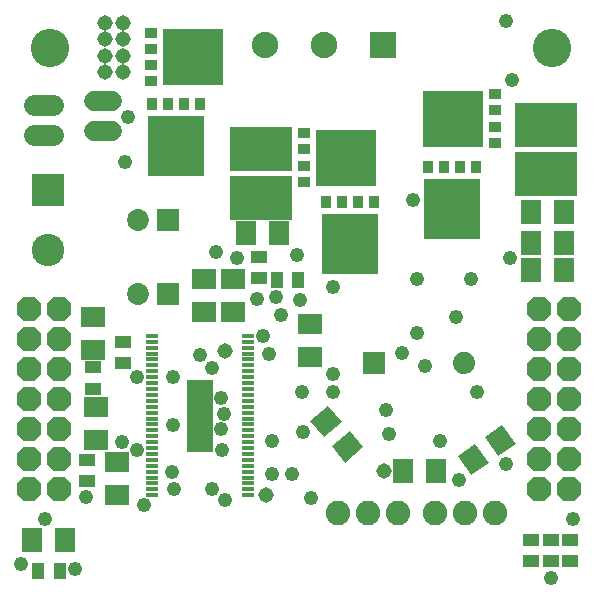
<source format=gts>
G75*
G70*
%OFA0B0*%
%FSLAX24Y24*%
%IPPOS*%
%LPD*%
%AMOC8*
5,1,8,0,0,1.08239X$1,22.5*
%
%ADD10C,0.0680*%
%ADD11R,0.1080X0.1080*%
%ADD12C,0.1080*%
%ADD13R,0.0395X0.0552*%
%ADD14R,0.0789X0.0710*%
%ADD15R,0.0710X0.0789*%
%ADD16R,0.0552X0.0395*%
%ADD17C,0.0740*%
%ADD18R,0.0730X0.0730*%
%ADD19OC8,0.0820*%
%ADD20C,0.0714*%
%ADD21R,0.0434X0.0178*%
%ADD22R,0.0880X0.2442*%
%ADD23R,0.0635X0.0635*%
%ADD24R,0.1877X0.2049*%
%ADD25R,0.0356X0.0395*%
%ADD26C,0.0517*%
%ADD27R,0.2049X0.1877*%
%ADD28R,0.0395X0.0356*%
%ADD29C,0.0730*%
%ADD30R,0.2080X0.1460*%
%ADD31C,0.0635*%
%ADD32C,0.1280*%
%ADD33C,0.0820*%
%ADD34R,0.0880X0.0880*%
%ADD35C,0.0880*%
%ADD36C,0.0477*%
%ADD37C,0.0516*%
D10*
X005404Y015920D02*
X006004Y015920D01*
X006004Y016920D02*
X005404Y016920D01*
D11*
X003894Y013970D03*
D12*
X003894Y011970D03*
D13*
X011510Y010980D03*
X012219Y010980D03*
X004272Y001255D03*
X003563Y001255D03*
D14*
X006194Y003799D03*
X006194Y004901D03*
X005494Y005649D03*
X005494Y006751D03*
X005394Y008649D03*
X005394Y009751D03*
X009094Y009899D03*
X010034Y009899D03*
X010034Y011001D03*
X009094Y011001D03*
X012605Y009513D03*
X012605Y008411D03*
D15*
G36*
X013080Y005724D02*
X012623Y006267D01*
X013226Y006774D01*
X013683Y006231D01*
X013080Y005724D01*
G37*
G36*
X013789Y004879D02*
X013332Y005422D01*
X013935Y005929D01*
X014392Y005386D01*
X013789Y004879D01*
G37*
X015715Y004595D03*
X016817Y004595D03*
G36*
X018575Y004860D02*
X017995Y004453D01*
X017543Y005098D01*
X018123Y005505D01*
X018575Y004860D01*
G37*
G36*
X019478Y005493D02*
X018898Y005086D01*
X018446Y005731D01*
X019026Y006138D01*
X019478Y005493D01*
G37*
X019993Y011300D03*
X019993Y012200D03*
X019993Y013250D03*
X021095Y013250D03*
X021095Y012200D03*
X021095Y011300D03*
X011595Y012550D03*
X010493Y012550D03*
X004455Y002300D03*
X003353Y002300D03*
D16*
X005184Y004266D03*
X005184Y004974D03*
X005394Y007346D03*
X005394Y008054D03*
X006394Y008196D03*
X006394Y008904D03*
X010914Y011026D03*
X010914Y011734D03*
X019994Y002304D03*
X020644Y002304D03*
X021294Y002304D03*
X021294Y001596D03*
X020644Y001596D03*
X019994Y001596D03*
D17*
X017744Y008200D03*
D18*
X014744Y008200D03*
X007894Y010500D03*
X007894Y012961D03*
D19*
X004244Y010000D03*
X003244Y010000D03*
X003244Y009000D03*
X003244Y008000D03*
X003244Y007000D03*
X003244Y006000D03*
X003244Y005000D03*
X003244Y004000D03*
X004244Y004000D03*
X004244Y005000D03*
X004244Y006000D03*
X004244Y007000D03*
X004244Y008000D03*
X004244Y009000D03*
X020244Y009000D03*
X020244Y008000D03*
X020244Y007000D03*
X020244Y006000D03*
X020244Y005000D03*
X020244Y004000D03*
X021244Y004000D03*
X021244Y005000D03*
X021244Y006000D03*
X021244Y007000D03*
X021244Y008000D03*
X021244Y009000D03*
X021244Y010000D03*
X020244Y010000D03*
D20*
X004061Y015800D02*
X003427Y015800D01*
X003427Y016800D02*
X004061Y016800D01*
D21*
X007350Y009107D03*
X007350Y008911D03*
X007350Y008714D03*
X007350Y008517D03*
X007350Y008320D03*
X007350Y008123D03*
X007350Y007926D03*
X007350Y007730D03*
X007350Y007533D03*
X007350Y007336D03*
X007350Y007139D03*
X007350Y006942D03*
X007350Y006745D03*
X007350Y006548D03*
X007350Y006352D03*
X007350Y006155D03*
X007350Y005958D03*
X007350Y005761D03*
X007350Y005564D03*
X007350Y005367D03*
X007350Y005170D03*
X007350Y004974D03*
X007350Y004777D03*
X007350Y004580D03*
X007350Y004383D03*
X007350Y004186D03*
X007350Y003989D03*
X007350Y003793D03*
X010539Y003793D03*
X010539Y003989D03*
X010539Y004186D03*
X010539Y004383D03*
X010539Y004580D03*
X010539Y004777D03*
X010539Y004974D03*
X010539Y005170D03*
X010539Y005367D03*
X010539Y005564D03*
X010539Y005761D03*
X010539Y005958D03*
X010539Y006155D03*
X010539Y006352D03*
X010539Y006548D03*
X010539Y006745D03*
X010539Y006942D03*
X010539Y007139D03*
X010539Y007336D03*
X010539Y007533D03*
X010539Y007730D03*
X010539Y007926D03*
X010539Y008123D03*
X010539Y008320D03*
X010539Y008517D03*
X010539Y008714D03*
X010539Y008911D03*
X010539Y009107D03*
D22*
X008944Y006450D03*
D23*
X008944Y006450D03*
X008944Y005700D03*
X008944Y007200D03*
D24*
X013944Y012176D03*
X017344Y013326D03*
X008144Y015426D03*
D25*
X007875Y016822D03*
X008414Y016822D03*
X008953Y016822D03*
X007335Y016822D03*
X013135Y013572D03*
X013675Y013572D03*
X014214Y013572D03*
X014753Y013572D03*
X016535Y014722D03*
X017075Y014722D03*
X017614Y014722D03*
X018153Y014722D03*
D26*
X017956Y014031D03*
X017344Y014031D03*
X016733Y014031D03*
X016733Y013359D03*
X017344Y013359D03*
X017344Y012686D03*
X016733Y012686D03*
X017956Y012686D03*
X017956Y013359D03*
X018075Y015738D03*
X018075Y016350D03*
X018075Y016962D03*
X017403Y016962D03*
X016731Y016962D03*
X016731Y016350D03*
X016731Y015738D03*
X017403Y015738D03*
X017403Y016350D03*
X014458Y015662D03*
X013786Y015662D03*
X013786Y015050D03*
X013786Y014438D03*
X014458Y014438D03*
X014458Y015050D03*
X013113Y015050D03*
X013113Y014438D03*
X013113Y015662D03*
X013333Y012881D03*
X013944Y012881D03*
X014556Y012881D03*
X014556Y012209D03*
X013944Y012209D03*
X013333Y012209D03*
X013333Y011536D03*
X013944Y011536D03*
X014556Y011536D03*
X008756Y014786D03*
X008144Y014786D03*
X007533Y014786D03*
X007533Y015459D03*
X007533Y016131D03*
X008144Y016131D03*
X008756Y016131D03*
X008756Y015459D03*
X008144Y015459D03*
X008013Y017788D03*
X008013Y018400D03*
X008013Y019012D03*
X008686Y019012D03*
X008686Y018400D03*
X008686Y017788D03*
X009358Y017788D03*
X009358Y018400D03*
X009358Y019012D03*
D27*
X008718Y018400D03*
X013818Y015050D03*
X017371Y016350D03*
D28*
X018766Y016080D03*
X018766Y015541D03*
X018766Y016620D03*
X018766Y017159D03*
X012422Y015859D03*
X012422Y015320D03*
X012422Y014780D03*
X012422Y014241D03*
X007322Y017591D03*
X007322Y018130D03*
X007322Y018670D03*
X007322Y019209D03*
D29*
X006894Y012961D03*
X006894Y010500D03*
D30*
X010994Y013710D03*
X010994Y015340D03*
X020494Y016140D03*
X020494Y014510D03*
D31*
X020494Y014200D03*
X021124Y014190D03*
X021124Y014850D03*
X020494Y014850D03*
X019844Y014850D03*
X019844Y014200D03*
X019844Y015750D03*
X019844Y016400D03*
X020494Y016400D03*
X020494Y015750D03*
X021144Y015750D03*
X021144Y016400D03*
X011644Y015600D03*
X011644Y014950D03*
X010994Y014950D03*
X010344Y014950D03*
X010344Y015600D03*
X010994Y015600D03*
X010994Y014050D03*
X010344Y014050D03*
X010344Y013400D03*
X010994Y013400D03*
X011624Y013390D03*
X011624Y014050D03*
D32*
X003944Y018700D03*
X020694Y018700D03*
D33*
X018794Y003200D03*
X017794Y003200D03*
X016794Y003200D03*
X015544Y003200D03*
X014544Y003200D03*
X013544Y003200D03*
D34*
X015044Y018800D03*
D35*
X013076Y018800D03*
X011107Y018800D03*
D36*
X002994Y001500D03*
X003794Y003000D03*
X005144Y003750D03*
X006844Y005300D03*
X006344Y005580D03*
X008044Y006150D03*
X008024Y004580D03*
X008094Y004000D03*
X007081Y003479D03*
X004794Y001350D03*
X009344Y004000D03*
X009794Y003650D03*
X009694Y005300D03*
X009654Y006000D03*
X009754Y006510D03*
X009644Y007050D03*
X009354Y008020D03*
X008964Y008460D03*
X008044Y007730D03*
X006844Y007750D03*
X010194Y011700D03*
X009494Y011900D03*
X010844Y010350D03*
X011494Y010400D03*
X011644Y009800D03*
X012294Y010300D03*
X013394Y010750D03*
X012194Y011800D03*
X011044Y009100D03*
X011244Y008500D03*
X012344Y007250D03*
X013394Y007250D03*
X013394Y007850D03*
X015144Y006650D03*
X015244Y005850D03*
X016944Y005600D03*
X017594Y004300D03*
X019144Y004850D03*
X018194Y007250D03*
X016444Y008100D03*
X015694Y008550D03*
X016194Y009200D03*
X017494Y009750D03*
X017994Y011000D03*
X019294Y011700D03*
X016194Y011000D03*
X016044Y013650D03*
X019344Y017650D03*
X019144Y019600D03*
X006544Y016400D03*
X006444Y014900D03*
X012394Y005900D03*
X011344Y005600D03*
X011344Y004500D03*
X012024Y004499D03*
X012644Y003700D03*
X020644Y001050D03*
X021394Y003000D03*
D37*
X015094Y004600D03*
X011144Y003800D03*
X009794Y008600D03*
X006394Y017900D03*
X006394Y018450D03*
X006394Y019000D03*
X006394Y019550D03*
X005794Y019550D03*
X005794Y019000D03*
X005794Y018450D03*
X005794Y017900D03*
M02*

</source>
